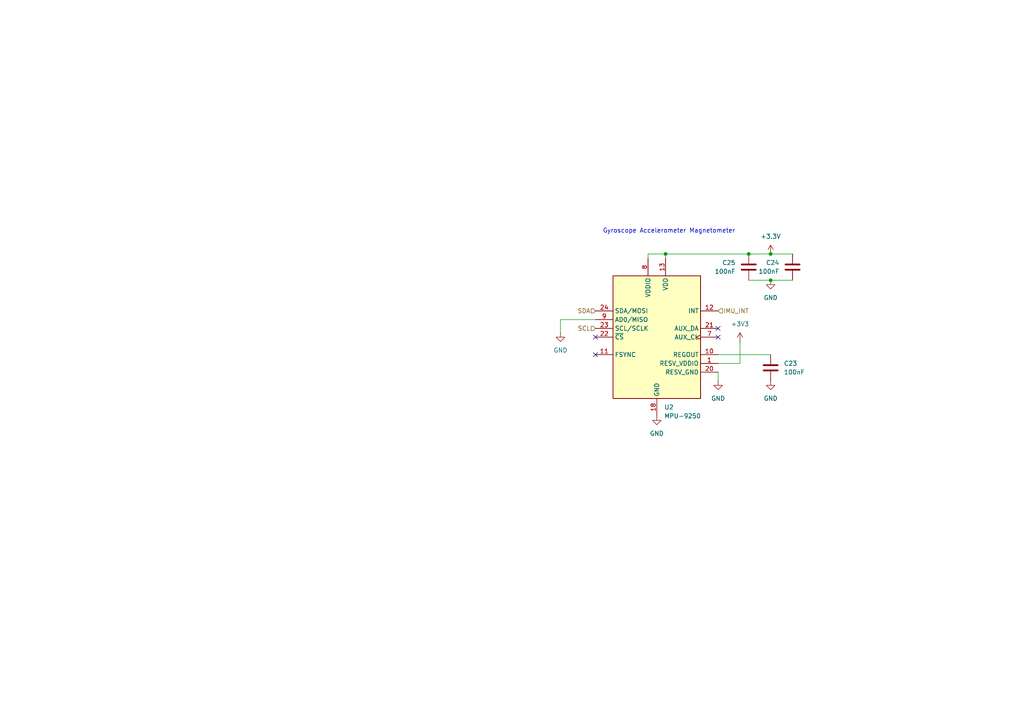
<source format=kicad_sch>
(kicad_sch (version 20250114) (generator "eeschema") (generator_version "9.0")
  (paper "A4")
  (lib_symbols
    (symbol "Device:C" (pin_numbers (hide yes)) (pin_names (offset 0.254))
      (property "Reference" "C" (at 0.635 2.54 0))
      (property "Value" "C" (at 0.635 -2.54 0))
      (symbol "C_0_1"
        (polyline (pts (xy -2.032 0.762) (xy 2.032 0.762)) (stroke (width 0.508)))
        (polyline (pts (xy -2.032 -0.762) (xy 2.032 -0.762)) (stroke (width 0.508)))
      )
      (symbol "C_1_1"
        (pin passive line (at 0 3.81 270) (length 2.794) (name "~") (number "1"))
        (pin passive line (at 0 -3.81 90) (length 2.794) (name "~") (number "2"))
      )
    )
    (symbol "Sensor_Motion:MPU-9250"
      (property "Reference" "U" (at -11.43 19.05 0))
      (property "Value" "MPU-9250" (at 7.62 -19.05 0))
      (symbol "MPU-9250_0_1"
        (rectangle (start -12.7 17.78) (end 12.7 -17.78) (stroke (width 0.254)) (fill (type background)))
      )
      (symbol "MPU-9250_1_1"
        (pin bidirectional line (at -17.78 7.62 0) (length 5.08) (name "SDA/MOSI") (number "24"))
        (pin bidirectional line (at -17.78 5.08 0) (length 5.08) (name "AD0/MISO") (number "9"))
        (pin input line (at -17.78 2.54 0) (length 5.08) (name "SCL/SCLK") (number "23"))
        (pin input line (at -17.78 0 0) (length 5.08) (name "~{CS}") (number "22"))
        (pin input line (at -17.78 -5.08 0) (length 5.08) (name "FSYNC") (number "11"))
        (pin power_in line (at -2.54 22.86 270) (length 5.08) (name "VDDIO") (number "8"))
        (pin power_in line (at 0 -22.86 90) (length 5.08) (name "GND") (number "18"))
        (pin power_in line (at 2.54 22.86 270) (length 5.08) (name "VDD") (number "13"))
        (pin output line (at 17.78 7.62 180) (length 5.08) (name "INT") (number "12"))
        (pin bidirectional line (at 17.78 2.54 180) (length 5.08) (name "AUX_DA") (number "21"))
        (pin output clock (at 17.78 0 180) (length 5.08) (name "AUX_CL") (number "7"))
        (pin passive line (at 17.78 -5.08 180) (length 5.08) (name "REGOUT") (number "10"))
        (pin input line (at 17.78 -7.62 180) (length 5.08) (name "RESV_VDDIO") (number "1"))
        (pin power_in line (at 17.78 -10.16 180) (length 5.08) (name "RESV_GND") (number "20"))
      )
    )
    (symbol "power:+3V3" (power) (pin_numbers (hide yes)) (pin_names (offset 0) (hide yes))
      (property "Value" "+3V3" (at 0 3.556 0))
      (symbol "+3V3_0_1"
        (polyline (pts (xy -0.762 1.27) (xy 0 2.54)))
        (polyline (pts (xy 0 2.54) (xy 0.762 1.27)))
        (polyline (pts (xy 0 0) (xy 0 2.54)))
      )
      (symbol "+3V3_1_1"
        (pin power_in line (at 0 0 90) (length 0) (name "~") (number "1"))
      )
    )
    (symbol "power:GND" (power) (pin_numbers (hide yes)) (pin_names (offset 0) (hide yes))
      (property "Value" "GND" (at 0 -3.81 0))
      (symbol "GND_0_1"
        (polyline (pts (xy 0 0) (xy 0 -1.27) (xy 1.27 -1.27) (xy 0 -2.54) (xy -1.27 -1.27) (xy 0 -1.27)))
      )
      (symbol "GND_1_1"
        (pin power_in line (at 0 0 270) (length 0) (name "~") (number "1"))
      )
    )
  )
  (text "Gyroscope Accelerometer Magnetometer" (at 194.056 67.056 0) (effects (font (size 1.27 1.27))))
  (junction (at 223.52 81.28))
  (junction (at 193.04 73.66))
  (junction (at 223.52 73.66))
  (junction (at 217.17 73.66))
  (no_connect (at 172.72 102.87))
  (no_connect (at 208.28 95.25))
  (no_connect (at 208.28 97.79))
  (no_connect (at 172.72 97.79))
  (wire (pts (xy 223.52 73.66) (xy 229.87 73.66)))
  (wire (pts (xy 187.96 73.66) (xy 193.04 73.66)))
  (wire (pts (xy 193.04 73.66) (xy 217.17 73.66)))
  (wire (pts (xy 217.17 73.66) (xy 223.52 73.66)))
  (wire (pts (xy 214.63 99.06) (xy 214.63 105.41)))
  (wire (pts (xy 193.04 74.93) (xy 193.04 73.66)))
  (wire (pts (xy 229.87 81.28) (xy 223.52 81.28)))
  (wire (pts (xy 187.96 73.66) (xy 187.96 74.93)))
  (wire (pts (xy 223.52 81.28) (xy 217.17 81.28)))
  (wire (pts (xy 162.56 92.71) (xy 172.72 92.71)))
  (wire (pts (xy 208.28 102.87) (xy 223.52 102.87)))
  (wire (pts (xy 208.28 107.95) (xy 208.28 110.49)))
  (wire (pts (xy 162.56 96.52) (xy 162.56 92.71)))
  (wire (pts (xy 214.63 105.41) (xy 208.28 105.41)))
  (hierarchical_label "SCL" (shape input) (at 172.72 95.25 180))
  (hierarchical_label "IMU_INT" (shape input) (at 208.28 90.17 0))
  (hierarchical_label "SDA" (shape input) (at 172.72 90.17 180))
  (symbol (lib_id "power:+3V3") (at 214.63 99.06 0) (unit 1)
    (property "Reference" "#PWR058" (effects (hide yes)))
    (property "Value" "+3V3" (at 214.63 93.98 0))
    (property "Description" "Power symbol creates a global label with name \"+3V3\"" (effects (hide yes)))
  )
  (symbol (lib_id "Device:C") (at 217.17 77.47 0) (mirror y) (unit 1)
    (property "Reference" "C25" (at 213.36 76.1999 0) (effects (justify left)))
    (property "Value" "100nF" (at 213.36 78.7399 0) (effects (justify left)))
    (property "Footprint" "Capacitor_SMD:C_0402_1005Metric" (effects (hide yes)))
    (property "Description" "Unpolarized capacitor" (effects (hide yes)))
  )
  (symbol (lib_id "power:GND") (at 223.52 110.49 0) (unit 1)
    (property "Reference" "#PWR061" (effects (hide yes)))
    (property "Value" "GND" (at 223.52 115.57 0))
    (property "Description" "Power symbol creates a global label with name \"GND\" , ground" (effects (hide yes)))
  )
  (symbol (lib_id "Sensor_Motion:MPU-9250") (at 190.5 97.79 0) (unit 1)
    (property "Reference" "U2" (at 192.6433 118.11 0) (effects (justify left)))
    (property "Value" "MPU-9250" (at 192.6433 120.65 0) (effects (justify left)))
    (property "Footprint" "Sensor_Motion:InvenSense_QFN-24_3x3mm_P0.4mm" (effects (hide yes)))
    (property "Datasheet" "https://invensense.tdk.com/wp-content/uploads/2015/02/PS-MPU-9250A-01-v1.1.pdf" (effects (hide yes)))
    (property "Description" "InvenSense 9-Axis Motion Sensor, Accelerometer, Gyroscope, Compass, I2C/SPI" (effects (hide yes)))
  )
  (symbol (lib_id "power:GND") (at 162.56 96.52 0) (unit 1)
    (property "Reference" "#PWR057" (effects (hide yes)))
    (property "Value" "GND" (at 162.56 101.6 0))
    (property "Description" "Power symbol creates a global label with name \"GND\" , ground" (effects (hide yes)))
  )
  (symbol (lib_id "Device:C") (at 223.52 106.68 0) (unit 1)
    (property "Reference" "C23" (at 227.33 105.4099 0) (effects (justify left)))
    (property "Value" "100nF" (at 227.33 107.9499 0) (effects (justify left)))
    (property "Footprint" "Capacitor_SMD:C_0402_1005Metric" (effects (hide yes)))
    (property "Description" "Unpolarized capacitor" (effects (hide yes)))
  )
  (symbol (lib_id "power:GND") (at 190.5 120.65 0) (unit 1)
    (property "Reference" "#PWR059" (effects (hide yes)))
    (property "Value" "GND" (at 190.5 125.73 0))
    (property "Description" "Power symbol creates a global label with name \"GND\" , ground" (effects (hide yes)))
  )
  (symbol (lib_id "power:+3V3") (at 223.52 73.66 0) (unit 1)
    (property "Reference" "#PWR056" (effects (hide yes)))
    (property "Value" "+3.3V" (at 223.52 68.58 0))
    (property "Description" "Power symbol creates a global label with name \"+3V3\"" (effects (hide yes)))
  )
  (symbol (lib_id "power:GND") (at 223.52 81.28 0) (unit 1)
    (property "Reference" "#PWR062" (effects (hide yes)))
    (property "Value" "GND" (at 223.52 86.36 0))
    (property "Description" "Power symbol creates a global label with name \"GND\" , ground" (effects (hide yes)))
  )
  (symbol (lib_id "Device:C") (at 229.87 77.47 0) (mirror y) (unit 1)
    (property "Reference" "C24" (at 226.06 76.1999 0) (effects (justify left)))
    (property "Value" "100nF" (at 226.06 78.7399 0) (effects (justify left)))
    (property "Footprint" "Capacitor_SMD:C_0402_1005Metric" (effects (hide yes)))
    (property "Description" "Unpolarized capacitor" (effects (hide yes)))
  )
  (symbol (lib_id "power:GND") (at 208.28 110.49 0) (unit 1)
    (property "Reference" "#PWR060" (effects (hide yes)))
    (property "Value" "GND" (at 208.28 115.57 0))
    (property "Description" "Power symbol creates a global label with name \"GND\" , ground" (effects (hide yes)))
  )
)
</source>
